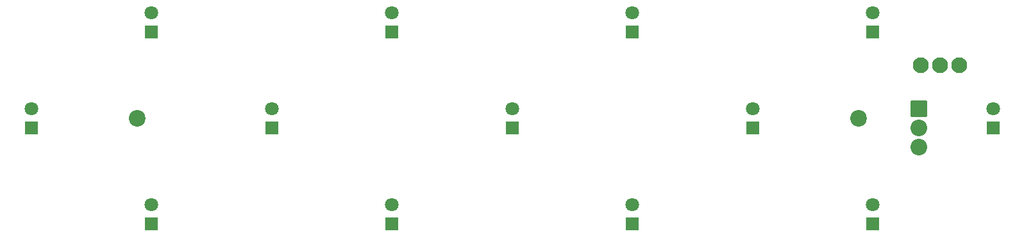
<source format=gts>
%TF.GenerationSoftware,KiCad,Pcbnew,7.0.10*%
%TF.CreationDate,2024-10-31T16:23:13-04:00*%
%TF.ProjectId,segment,7365676d-656e-4742-9e6b-696361645f70,rev?*%
%TF.SameCoordinates,Original*%
%TF.FileFunction,Soldermask,Top*%
%TF.FilePolarity,Negative*%
%FSLAX46Y46*%
G04 Gerber Fmt 4.6, Leading zero omitted, Abs format (unit mm)*
G04 Created by KiCad (PCBNEW 7.0.10) date 2024-10-31 16:23:13*
%MOMM*%
%LPD*%
G01*
G04 APERTURE LIST*
G04 Aperture macros list*
%AMRoundRect*
0 Rectangle with rounded corners*
0 $1 Rounding radius*
0 $2 $3 $4 $5 $6 $7 $8 $9 X,Y pos of 4 corners*
0 Add a 4 corners polygon primitive as box body*
4,1,4,$2,$3,$4,$5,$6,$7,$8,$9,$2,$3,0*
0 Add four circle primitives for the rounded corners*
1,1,$1+$1,$2,$3*
1,1,$1+$1,$4,$5*
1,1,$1+$1,$6,$7*
1,1,$1+$1,$8,$9*
0 Add four rect primitives between the rounded corners*
20,1,$1+$1,$2,$3,$4,$5,0*
20,1,$1+$1,$4,$5,$6,$7,0*
20,1,$1+$1,$6,$7,$8,$9,0*
20,1,$1+$1,$8,$9,$2,$3,0*%
G04 Aperture macros list end*
%ADD10R,1.800000X1.800000*%
%ADD11C,1.800000*%
%ADD12C,2.200000*%
%ADD13C,2.100000*%
%ADD14RoundRect,0.102000X-1.005000X1.005000X-1.005000X-1.005000X1.005000X-1.005000X1.005000X1.005000X0*%
%ADD15C,2.214000*%
G04 APERTURE END LIST*
D10*
%TO.C,D1*%
X60960000Y-104140000D03*
D11*
X60960000Y-101600000D03*
%TD*%
D12*
%TO.C,REF\u002A\u002A*%
X170180000Y-102870000D03*
%TD*%
D10*
%TO.C,D13*%
X187960000Y-104140000D03*
D11*
X187960000Y-101600000D03*
%TD*%
D10*
%TO.C,D12*%
X172085000Y-91440000D03*
D11*
X172085000Y-88900000D03*
%TD*%
D10*
%TO.C,D11*%
X156210000Y-104140000D03*
D11*
X156210000Y-101600000D03*
%TD*%
D10*
%TO.C,D3*%
X76835000Y-91440000D03*
D11*
X76835000Y-88900000D03*
%TD*%
D10*
%TO.C,D7*%
X140335000Y-116840000D03*
D11*
X140335000Y-114300000D03*
%TD*%
D10*
%TO.C,D5*%
X92710000Y-104140000D03*
D11*
X92710000Y-101600000D03*
%TD*%
D10*
%TO.C,D9*%
X140335000Y-91440000D03*
D11*
X140335000Y-88900000D03*
%TD*%
D10*
%TO.C,D4*%
X76835000Y-116840000D03*
D11*
X76835000Y-114300000D03*
%TD*%
D12*
%TO.C,REF\u002A\u002A*%
X74930000Y-102870000D03*
%TD*%
D10*
%TO.C,D6*%
X108585000Y-91440000D03*
D11*
X108585000Y-88900000D03*
%TD*%
D10*
%TO.C,D10*%
X172085000Y-116840000D03*
D11*
X172085000Y-114300000D03*
%TD*%
D10*
%TO.C,D2*%
X108585000Y-116840000D03*
D11*
X108585000Y-114300000D03*
%TD*%
D10*
%TO.C,D8*%
X124460000Y-104140000D03*
D11*
X124460000Y-101600000D03*
%TD*%
D13*
%TO.C,J1*%
X183515000Y-95885000D03*
X180975000Y-95885000D03*
X178435000Y-95885000D03*
%TD*%
D14*
%TO.C,Q1*%
X178174500Y-101600000D03*
D15*
X178174500Y-104140000D03*
X178174500Y-106680000D03*
%TD*%
M02*

</source>
